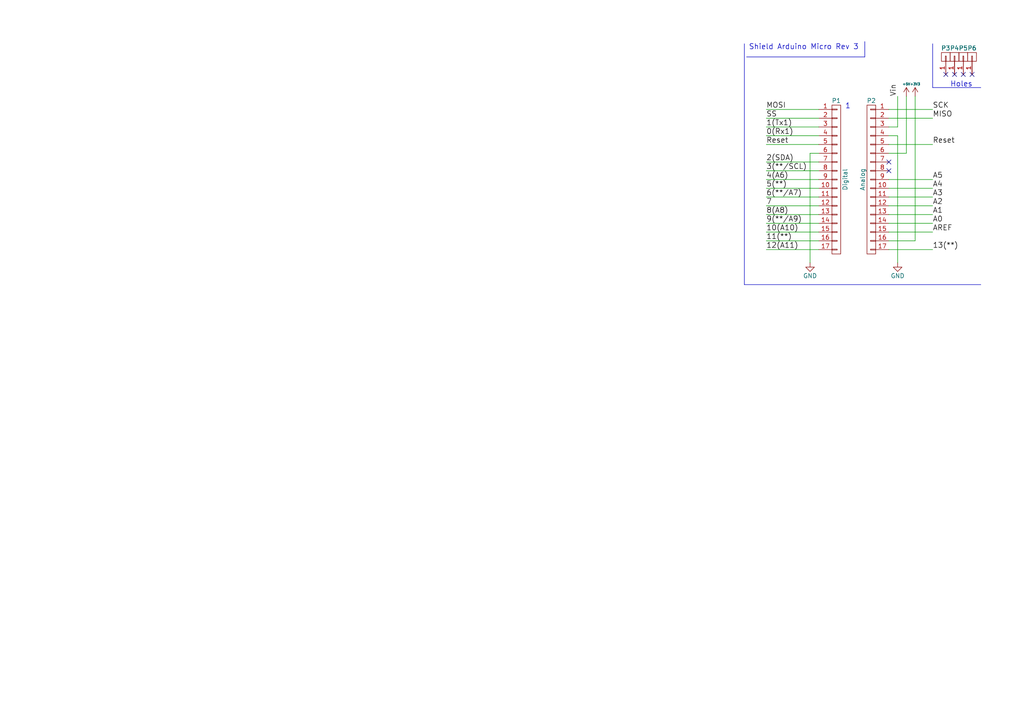
<source format=kicad_sch>
(kicad_sch (version 20230121) (generator eeschema)
  (paper "A4")
  (title_block (date "sam. 04 avril 2015"))
  (lib_symbols
    (symbol "Arduino_Micro-rescue:+3.3V" (power) (pin_names (offset 0))
      (property "Value" "+3.3V" (at 0 3.556 0))
      (symbol "+3.3V_0_1"
        (polyline (pts (xy -0.762 1.27) (xy 0 2.54)))
        (polyline (pts (xy 0 0) (xy 0 2.54)))
        (polyline (pts (xy 0 2.54) (xy 0.762 1.27)))
      )
      (symbol "+3.3V_1_1"
        (pin power_in line (at 0 0 90) (length 0) hide (name "+3V3") (number "1"))
      )
    )
    (symbol "Arduino_Micro-rescue:+5V" (power) (pin_names (offset 0))
      (property "Value" "+5V" (at 0 3.556 0))
      (symbol "+5V_0_1"
        (polyline (pts (xy -0.762 1.27) (xy 0 2.54)))
        (polyline (pts (xy 0 0) (xy 0 2.54)))
        (polyline (pts (xy 0 2.54) (xy 0.762 1.27)))
      )
      (symbol "+5V_1_1"
        (pin power_in line (at 0 0 90) (length 0) hide (name "+5V") (number "1"))
      )
    )
    (symbol "Arduino_Micro-rescue:CONN_01X01" (pin_names (offset 1.016) hide)
      (property "Reference" "P" (at 0 2.54 0))
      (property "Value" "CONN_01X01" (at 2.54 0 90))
      (symbol "CONN_01X01_0_1"
        (rectangle (start -1.27 0.127) (end 0.254 -0.127))
        (rectangle (start -1.27 1.27) (end 1.27 -1.27))
      )
      (symbol "CONN_01X01_1_1"
        (pin passive line (at -5.08 0 0) (length 3.81) (name "P1") (number "1"))
      )
    )
    (symbol "Arduino_Micro-rescue:CONN_01X17" (pin_names (offset 1.016) hide)
      (property "Reference" "P" (at 0 22.86 0))
      (property "Value" "CONN_01X17" (at 2.54 0 90))
      (symbol "CONN_01X17_0_1"
        (rectangle (start -1.27 -20.193) (end 0.254 -20.447))
        (rectangle (start -1.27 -17.653) (end 0.254 -17.907))
        (rectangle (start -1.27 -15.113) (end 0.254 -15.367))
        (rectangle (start -1.27 -12.573) (end 0.254 -12.827))
        (rectangle (start -1.27 -10.033) (end 0.254 -10.287))
        (rectangle (start -1.27 -7.493) (end 0.254 -7.747))
        (rectangle (start -1.27 -4.953) (end 0.254 -5.207))
        (rectangle (start -1.27 -2.413) (end 0.254 -2.667))
        (rectangle (start -1.27 0.127) (end 0.254 -0.127))
        (rectangle (start -1.27 2.667) (end 0.254 2.413))
        (rectangle (start -1.27 5.207) (end 0.254 4.953))
        (rectangle (start -1.27 7.747) (end 0.254 7.493))
        (rectangle (start -1.27 10.287) (end 0.254 10.033))
        (rectangle (start -1.27 12.827) (end 0.254 12.573))
        (rectangle (start -1.27 15.367) (end 0.254 15.113))
        (rectangle (start -1.27 17.907) (end 0.254 17.653))
        (rectangle (start -1.27 20.447) (end 0.254 20.193))
        (rectangle (start -1.27 21.59) (end 1.27 -21.59))
      )
      (symbol "CONN_01X17_1_1"
        (pin passive line (at -5.08 20.32 0) (length 3.81) (name "P1") (number "1"))
        (pin passive line (at -5.08 -2.54 0) (length 3.81) (name "P10") (number "10"))
        (pin passive line (at -5.08 -5.08 0) (length 3.81) (name "P11") (number "11"))
        (pin passive line (at -5.08 -7.62 0) (length 3.81) (name "P12") (number "12"))
        (pin passive line (at -5.08 -10.16 0) (length 3.81) (name "P13") (number "13"))
        (pin passive line (at -5.08 -12.7 0) (length 3.81) (name "P14") (number "14"))
        (pin passive line (at -5.08 -15.24 0) (length 3.81) (name "P15") (number "15"))
        (pin passive line (at -5.08 -17.78 0) (length 3.81) (name "P16") (number "16"))
        (pin passive line (at -5.08 -20.32 0) (length 3.81) (name "P17") (number "17"))
        (pin passive line (at -5.08 17.78 0) (length 3.81) (name "P2") (number "2"))
        (pin passive line (at -5.08 15.24 0) (length 3.81) (name "P3") (number "3"))
        (pin passive line (at -5.08 12.7 0) (length 3.81) (name "P4") (number "4"))
        (pin passive line (at -5.08 10.16 0) (length 3.81) (name "P5") (number "5"))
        (pin passive line (at -5.08 7.62 0) (length 3.81) (name "P6") (number "6"))
        (pin passive line (at -5.08 5.08 0) (length 3.81) (name "P7") (number "7"))
        (pin passive line (at -5.08 2.54 0) (length 3.81) (name "P8") (number "8"))
        (pin passive line (at -5.08 0 0) (length 3.81) (name "P9") (number "9"))
      )
    )
    (symbol "Arduino_Micro-rescue:GND" (power) (pin_names (offset 0))
      (property "Value" "GND" (at 0 -3.81 0))
      (symbol "GND_0_1"
        (polyline (pts (xy 0 0) (xy 0 -1.27) (xy 1.27 -1.27) (xy 0 -2.54) (xy -1.27 -1.27) (xy 0 -1.27)))
      )
      (symbol "GND_1_1"
        (pin power_in line (at 0 0 270) (length 0) hide (name "GND") (number "1"))
      )
    )
  )
  (no_connect (at 274.32 21.59))
  (no_connect (at 279.4 21.59))
  (no_connect (at 257.81 49.53))
  (no_connect (at 281.94 21.59))
  (no_connect (at 257.81 46.99))
  (no_connect (at 276.86 21.59))
  (wire (pts (xy 257.81 62.23) (xy 270.51 62.23)))
  (wire (pts (xy 222.25 64.77) (xy 237.49 64.77)))
  (wire (pts (xy 222.25 59.69) (xy 237.49 59.69)))
  (wire (pts (xy 270.51 52.07) (xy 257.81 52.07)))
  (wire (pts (xy 222.25 52.07) (xy 237.49 52.07)))
  (wire (pts (xy 222.25 49.53) (xy 237.49 49.53)))
  (wire (pts (xy 265.43 27.94) (xy 265.43 69.85)))
  (wire (pts (xy 234.95 44.45) (xy 234.95 76.2)))
  (wire (pts (xy 257.81 67.31) (xy 270.51 67.31)))
  (wire (pts (xy 260.35 39.37) (xy 260.35 76.2)))
  (polyline (pts (xy 250.825 16.51) (xy 250.825 12.065)))
  (wire (pts (xy 222.25 54.61) (xy 237.49 54.61)))
  (wire (pts (xy 270.51 31.75) (xy 257.81 31.75)))
  (wire (pts (xy 265.43 69.85) (xy 257.81 69.85)))
  (wire (pts (xy 262.89 44.45) (xy 262.89 27.94)))
  (wire (pts (xy 237.49 44.45) (xy 234.95 44.45)))
  (wire (pts (xy 270.51 59.69) (xy 257.81 59.69)))
  (polyline (pts (xy 284.48 25.4) (xy 270.51 25.4)))
  (polyline (pts (xy 215.9 82.55) (xy 284.48 82.55)))
  (polyline (pts (xy 215.9 12.7) (xy 215.9 82.55)))
  (wire (pts (xy 222.25 72.39) (xy 237.49 72.39)))
  (wire (pts (xy 222.25 46.99) (xy 237.49 46.99)))
  (wire (pts (xy 222.25 39.37) (xy 237.49 39.37)))
  (wire (pts (xy 222.25 36.83) (xy 237.49 36.83)))
  (wire (pts (xy 270.51 41.91) (xy 257.81 41.91)))
  (wire (pts (xy 222.25 62.23) (xy 237.49 62.23)))
  (wire (pts (xy 222.25 41.91) (xy 237.49 41.91)))
  (wire (pts (xy 257.81 44.45) (xy 262.89 44.45)))
  (wire (pts (xy 257.81 36.83) (xy 260.35 36.83)))
  (polyline (pts (xy 270.51 25.4) (xy 270.51 12.7)))
  (wire (pts (xy 257.81 34.29) (xy 270.51 34.29)))
  (wire (pts (xy 222.25 34.29) (xy 237.49 34.29)))
  (wire (pts (xy 270.51 64.77) (xy 257.81 64.77)))
  (wire (pts (xy 260.35 36.83) (xy 260.35 27.94)))
  (wire (pts (xy 222.25 69.85) (xy 237.49 69.85)))
  (wire (pts (xy 222.25 67.31) (xy 237.49 67.31)))
  (wire (pts (xy 270.51 72.39) (xy 257.81 72.39)))
  (wire (pts (xy 222.25 57.15) (xy 237.49 57.15)))
  (wire (pts (xy 270.51 57.15) (xy 257.81 57.15)))
  (wire (pts (xy 257.81 39.37) (xy 260.35 39.37)))
  (wire (pts (xy 222.25 31.75) (xy 237.49 31.75)))
  (polyline (pts (xy 216.535 16.51) (xy 250.825 16.51)))
  (wire (pts (xy 257.81 54.61) (xy 270.51 54.61)))
  (text "Shield Arduino Micro Rev 3" (at 217.17 14.605 0) (effects (font (size 1.524 1.524)) (justify left bottom)))
  (text "1" (at 245.11 31.75 0) (effects (font (size 1.524 1.524)) (justify left bottom)))
  (text "Holes" (at 275.59 25.4 0) (effects (font (size 1.524 1.524)) (justify left bottom)))
  (label "10(A10)" (at 222.25 67.31 0) (effects (font (size 1.524 1.524))))
  (label "7" (at 222.25 59.69 0) (effects (font (size 1.524 1.524))))
  (label "13(**)" (at 270.51 72.39 0) (effects (font (size 1.524 1.524))))
  (label "6(**/A7)" (at 222.25 57.15 0) (effects (font (size 1.524 1.524))))
  (label "AREF" (at 270.51 67.31 0) (effects (font (size 1.524 1.524))))
  (label "4(A6)" (at 222.25 52.07 0) (effects (font (size 1.524 1.524))))
  (label "A5" (at 270.51 52.07 0) (effects (font (size 1.524 1.524))))
  (label "8(A8)" (at 222.25 62.23 0) (effects (font (size 1.524 1.524))))
  (label "12(A11)" (at 222.25 72.39 0) (effects (font (size 1.524 1.524))))
  (label "MOSI" (at 222.25 31.75 0) (effects (font (size 1.524 1.524))))
  (label "5(**)" (at 222.25 54.61 0) (effects (font (size 1.524 1.524))))
  (label "Vin" (at 260.35 27.94 90) (effects (font (size 1.524 1.524))))
  (label "A3" (at 270.51 57.15 0) (effects (font (size 1.524 1.524))))
  (label "A2" (at 270.51 59.69 0) (effects (font (size 1.524 1.524))))
  (label "0(Rx1)" (at 222.25 39.37 0) (effects (font (size 1.524 1.524))))
  (label "MISO" (at 270.51 34.29 0) (effects (font (size 1.524 1.524))))
  (label "3(**/SCL)" (at 222.25 49.53 0) (effects (font (size 1.524 1.524))))
  (label "SCK" (at 270.51 31.75 0) (effects (font (size 1.524 1.524))))
  (label "Reset" (at 222.25 41.91 0) (effects (font (size 1.524 1.524))))
  (label "A1" (at 270.51 62.23 0) (effects (font (size 1.524 1.524))))
  (label "1(Tx1)" (at 222.25 36.83 0) (effects (font (size 1.524 1.524))))
  (label "Reset" (at 270.51 41.91 0) (effects (font (size 1.524 1.524))))
  (label "SS" (at 222.25 34.29 0) (effects (font (size 1.524 1.524))))
  (label "2(SDA)" (at 222.25 46.99 0) (effects (font (size 1.524 1.524))))
  (label "A4" (at 270.51 54.61 0) (effects (font (size 1.524 1.524))))
  (label "9(**/A9)" (at 222.25 64.77 0) (effects (font (size 1.524 1.524))))
  (label "A0" (at 270.51 64.77 0) (effects (font (size 1.524 1.524))))
  (label "11(**)" (at 222.25 69.85 0) (effects (font (size 1.524 1.524))))
  (symbol (lib_id "Arduino_Micro-rescue:CONN_01X17") (at 242.57 52.07 0) (unit 1)
    (property "Reference" "P1" (at 242.57 29.21 0))
    (property "Value" "Digital" (at 245.11 52.07 90))
    (property "Footprint" "Socket_Arduino_Micro:Socket_Strip_Arduino_1x17" (effects hide))
  )
  (symbol (lib_id "Arduino_Micro-rescue:CONN_01X17") (at 252.73 52.07 0) (mirror y) (unit 1)
    (property "Reference" "P2" (at 252.73 29.21 0))
    (property "Value" "Analog" (at 250.19 52.07 90))
    (property "Footprint" "Socket_Arduino_Micro:Socket_Strip_Arduino_1x17" (effects hide))
  )
  (symbol (lib_id "Arduino_Micro-rescue:GND") (at 234.95 76.2 0) (unit 1)
    (property "Reference" "#PWR01" (effects hide))
    (property "Value" "GND" (at 234.95 80.01 0))
  )
  (symbol (lib_id "Arduino_Micro-rescue:+5V") (at 262.89 27.94 0) (unit 1)
    (property "Reference" "#PWR02" (effects hide))
    (property "Value" "+5V" (at 262.89 24.384 0) (effects (font (size 0.7112 0.7112))))
  )
  (symbol (lib_id "Arduino_Micro-rescue:GND") (at 260.35 76.2 0) (unit 1)
    (property "Reference" "#PWR03" (effects hide))
    (property "Value" "GND" (at 260.35 80.01 0))
  )
  (symbol (lib_id "Arduino_Micro-rescue:+3.3V") (at 265.43 27.94 0) (unit 1)
    (property "Reference" "#PWR04" (effects hide))
    (property "Value" "+3.3V" (at 265.43 24.384 0) (effects (font (size 0.7112 0.7112))))
  )
  (symbol (lib_id "Arduino_Micro-rescue:CONN_01X01") (at 274.32 16.51 90) (unit 1)
    (property "Reference" "P3" (at 274.32 13.97 90))
    (property "Value" "CONN_01X01" (effects hide))
    (property "Footprint" "Socket_Arduino_Micro:1pin_Micro" (effects hide))
  )
  (symbol (lib_id "Arduino_Micro-rescue:CONN_01X01") (at 276.86 16.51 90) (unit 1)
    (property "Reference" "P4" (at 276.86 13.97 90))
    (property "Value" "CONN_01X01" (effects hide))
    (property "Footprint" "Socket_Arduino_Micro:1pin_Micro" (effects hide))
  )
  (symbol (lib_id "Arduino_Micro-rescue:CONN_01X01") (at 279.4 16.51 90) (unit 1)
    (property "Reference" "P5" (at 279.4 13.97 90))
    (property "Value" "CONN_01X01" (effects hide))
    (property "Footprint" "Socket_Arduino_Micro:1pin_Micro" (effects hide))
  )
  (symbol (lib_id "Arduino_Micro-rescue:CONN_01X01") (at 281.94 16.51 90) (unit 1)
    (property "Reference" "P6" (at 281.94 13.97 90))
    (property "Value" "CONN_01X01" (effects hide))
    (property "Footprint" "Socket_Arduino_Micro:1pin_Micro" (effects hide))
  )
)
</source>
